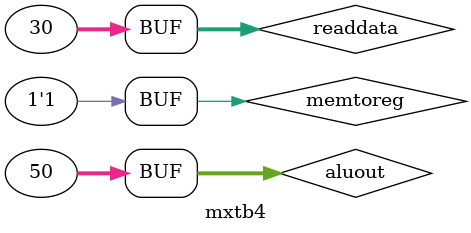
<source format=v>
`timescale 1ns / 1ps
module mxtb4();
reg [31:0] readdata,aluout;
reg memtoreg;
wire [31:0] writedata;
initial begin
    memtoreg = 0;
    readdata = 45;
    aluout = 50;
    #50;
    memtoreg = 1;
    readdata = 30;
    aluout = 50;
    #50;
end
MUXafterDM mx4(readdata,aluout,memtoreg,writedata);
endmodule

</source>
